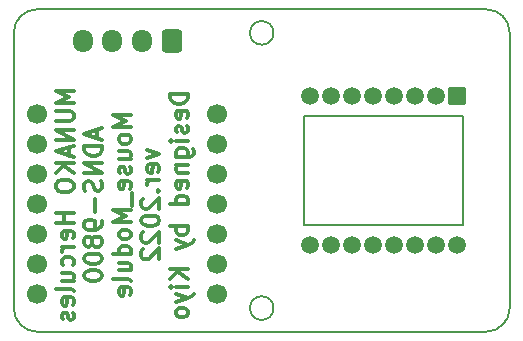
<source format=gbs>
G04 #@! TF.GenerationSoftware,KiCad,Pcbnew,(6.0.2)*
G04 #@! TF.CreationDate,2022-03-23T02:52:59+09:00*
G04 #@! TF.ProjectId,ADNS-9800,41444e53-2d39-4383-9030-2e6b69636164,rev?*
G04 #@! TF.SameCoordinates,Original*
G04 #@! TF.FileFunction,Soldermask,Bot*
G04 #@! TF.FilePolarity,Negative*
%FSLAX46Y46*%
G04 Gerber Fmt 4.6, Leading zero omitted, Abs format (unit mm)*
G04 Created by KiCad (PCBNEW (6.0.2)) date 2022-03-23 02:52:59*
%MOMM*%
%LPD*%
G01*
G04 APERTURE LIST*
G04 Aperture macros list*
%AMRoundRect*
0 Rectangle with rounded corners*
0 $1 Rounding radius*
0 $2 $3 $4 $5 $6 $7 $8 $9 X,Y pos of 4 corners*
0 Add a 4 corners polygon primitive as box body*
4,1,4,$2,$3,$4,$5,$6,$7,$8,$9,$2,$3,0*
0 Add four circle primitives for the rounded corners*
1,1,$1+$1,$2,$3*
1,1,$1+$1,$4,$5*
1,1,$1+$1,$6,$7*
1,1,$1+$1,$8,$9*
0 Add four rect primitives between the rounded corners*
20,1,$1+$1,$2,$3,$4,$5,0*
20,1,$1+$1,$4,$5,$6,$7,0*
20,1,$1+$1,$6,$7,$8,$9,0*
20,1,$1+$1,$8,$9,$2,$3,0*%
G04 Aperture macros list end*
G04 #@! TA.AperFunction,Profile*
%ADD10C,0.200000*%
G04 #@! TD*
%ADD11C,0.300000*%
G04 #@! TA.AperFunction,Profile*
%ADD12C,0.127000*%
G04 #@! TD*
%ADD13RoundRect,0.101600X-0.650000X-0.650000X0.650000X-0.650000X0.650000X0.650000X-0.650000X0.650000X0*%
%ADD14C,1.503200*%
%ADD15RoundRect,0.250000X0.600000X0.725000X-0.600000X0.725000X-0.600000X-0.725000X0.600000X-0.725000X0*%
%ADD16O,1.700000X1.950000*%
%ADD17C,1.700000*%
G04 APERTURE END LIST*
D10*
X183499999Y-68500000D02*
G75*
G03*
X181499999Y-66500000I-1999999J1D01*
G01*
X143500000Y-66500000D02*
X181499999Y-66500000D01*
X181499999Y-93800000D02*
X143500000Y-93800000D01*
X163499998Y-91800000D02*
G75*
G03*
X163499998Y-91800000I-999999J0D01*
G01*
X143500000Y-66500000D02*
G75*
G03*
X141500000Y-68500000I-1J-1999999D01*
G01*
X141500000Y-91800000D02*
X141500000Y-68500000D01*
X183499999Y-68500000D02*
X183499999Y-91800000D01*
X181499999Y-93800000D02*
G75*
G03*
X183499999Y-91800000I1J1999999D01*
G01*
X163499999Y-68500000D02*
G75*
G03*
X163499999Y-68500000I-999999J0D01*
G01*
X141500000Y-91800000D02*
G75*
G03*
X143500000Y-93800000I1999999J-1D01*
G01*
D11*
X146578071Y-73395428D02*
X145078071Y-73395428D01*
X146149500Y-73895428D01*
X145078071Y-74395428D01*
X146578071Y-74395428D01*
X145078071Y-75109714D02*
X146292357Y-75109714D01*
X146435214Y-75181142D01*
X146506642Y-75252571D01*
X146578071Y-75395428D01*
X146578071Y-75681142D01*
X146506642Y-75824000D01*
X146435214Y-75895428D01*
X146292357Y-75966857D01*
X145078071Y-75966857D01*
X146578071Y-76681142D02*
X145078071Y-76681142D01*
X146578071Y-77538285D01*
X145078071Y-77538285D01*
X146149500Y-78181142D02*
X146149500Y-78895428D01*
X146578071Y-78038285D02*
X145078071Y-78538285D01*
X146578071Y-79038285D01*
X146578071Y-79538285D02*
X145078071Y-79538285D01*
X146578071Y-80395428D02*
X145720928Y-79752571D01*
X145078071Y-80395428D02*
X145935214Y-79538285D01*
X145078071Y-81324000D02*
X145078071Y-81609714D01*
X145149500Y-81752571D01*
X145292357Y-81895428D01*
X145578071Y-81966857D01*
X146078071Y-81966857D01*
X146363785Y-81895428D01*
X146506642Y-81752571D01*
X146578071Y-81609714D01*
X146578071Y-81324000D01*
X146506642Y-81181142D01*
X146363785Y-81038285D01*
X146078071Y-80966857D01*
X145578071Y-80966857D01*
X145292357Y-81038285D01*
X145149500Y-81181142D01*
X145078071Y-81324000D01*
X146578071Y-83752571D02*
X145078071Y-83752571D01*
X145792357Y-83752571D02*
X145792357Y-84609714D01*
X146578071Y-84609714D02*
X145078071Y-84609714D01*
X146506642Y-85895428D02*
X146578071Y-85752571D01*
X146578071Y-85466857D01*
X146506642Y-85324000D01*
X146363785Y-85252571D01*
X145792357Y-85252571D01*
X145649500Y-85324000D01*
X145578071Y-85466857D01*
X145578071Y-85752571D01*
X145649500Y-85895428D01*
X145792357Y-85966857D01*
X145935214Y-85966857D01*
X146078071Y-85252571D01*
X146578071Y-86609714D02*
X145578071Y-86609714D01*
X145863785Y-86609714D02*
X145720928Y-86681142D01*
X145649500Y-86752571D01*
X145578071Y-86895428D01*
X145578071Y-87038285D01*
X146506642Y-88181142D02*
X146578071Y-88038285D01*
X146578071Y-87752571D01*
X146506642Y-87609714D01*
X146435214Y-87538285D01*
X146292357Y-87466857D01*
X145863785Y-87466857D01*
X145720928Y-87538285D01*
X145649500Y-87609714D01*
X145578071Y-87752571D01*
X145578071Y-88038285D01*
X145649500Y-88181142D01*
X145578071Y-89466857D02*
X146578071Y-89466857D01*
X145578071Y-88824000D02*
X146363785Y-88824000D01*
X146506642Y-88895428D01*
X146578071Y-89038285D01*
X146578071Y-89252571D01*
X146506642Y-89395428D01*
X146435214Y-89466857D01*
X146578071Y-90395428D02*
X146506642Y-90252571D01*
X146363785Y-90181142D01*
X145078071Y-90181142D01*
X146506642Y-91538285D02*
X146578071Y-91395428D01*
X146578071Y-91109714D01*
X146506642Y-90966857D01*
X146363785Y-90895428D01*
X145792357Y-90895428D01*
X145649500Y-90966857D01*
X145578071Y-91109714D01*
X145578071Y-91395428D01*
X145649500Y-91538285D01*
X145792357Y-91609714D01*
X145935214Y-91609714D01*
X146078071Y-90895428D01*
X146506642Y-92181142D02*
X146578071Y-92324000D01*
X146578071Y-92609714D01*
X146506642Y-92752571D01*
X146363785Y-92824000D01*
X146292357Y-92824000D01*
X146149500Y-92752571D01*
X146078071Y-92609714D01*
X146078071Y-92395428D01*
X146006642Y-92252571D01*
X145863785Y-92181142D01*
X145792357Y-92181142D01*
X145649500Y-92252571D01*
X145578071Y-92395428D01*
X145578071Y-92609714D01*
X145649500Y-92752571D01*
X148564500Y-76681142D02*
X148564500Y-77395428D01*
X148993071Y-76538285D02*
X147493071Y-77038285D01*
X148993071Y-77538285D01*
X148993071Y-78038285D02*
X147493071Y-78038285D01*
X147493071Y-78395428D01*
X147564500Y-78609714D01*
X147707357Y-78752571D01*
X147850214Y-78824000D01*
X148135928Y-78895428D01*
X148350214Y-78895428D01*
X148635928Y-78824000D01*
X148778785Y-78752571D01*
X148921642Y-78609714D01*
X148993071Y-78395428D01*
X148993071Y-78038285D01*
X148993071Y-79538285D02*
X147493071Y-79538285D01*
X148993071Y-80395428D01*
X147493071Y-80395428D01*
X148921642Y-81038285D02*
X148993071Y-81252571D01*
X148993071Y-81609714D01*
X148921642Y-81752571D01*
X148850214Y-81824000D01*
X148707357Y-81895428D01*
X148564500Y-81895428D01*
X148421642Y-81824000D01*
X148350214Y-81752571D01*
X148278785Y-81609714D01*
X148207357Y-81324000D01*
X148135928Y-81181142D01*
X148064500Y-81109714D01*
X147921642Y-81038285D01*
X147778785Y-81038285D01*
X147635928Y-81109714D01*
X147564500Y-81181142D01*
X147493071Y-81324000D01*
X147493071Y-81681142D01*
X147564500Y-81895428D01*
X148421642Y-82538285D02*
X148421642Y-83681142D01*
X148993071Y-84466857D02*
X148993071Y-84752571D01*
X148921642Y-84895428D01*
X148850214Y-84966857D01*
X148635928Y-85109714D01*
X148350214Y-85181142D01*
X147778785Y-85181142D01*
X147635928Y-85109714D01*
X147564500Y-85038285D01*
X147493071Y-84895428D01*
X147493071Y-84609714D01*
X147564500Y-84466857D01*
X147635928Y-84395428D01*
X147778785Y-84324000D01*
X148135928Y-84324000D01*
X148278785Y-84395428D01*
X148350214Y-84466857D01*
X148421642Y-84609714D01*
X148421642Y-84895428D01*
X148350214Y-85038285D01*
X148278785Y-85109714D01*
X148135928Y-85181142D01*
X148135928Y-86038285D02*
X148064500Y-85895428D01*
X147993071Y-85824000D01*
X147850214Y-85752571D01*
X147778785Y-85752571D01*
X147635928Y-85824000D01*
X147564500Y-85895428D01*
X147493071Y-86038285D01*
X147493071Y-86324000D01*
X147564500Y-86466857D01*
X147635928Y-86538285D01*
X147778785Y-86609714D01*
X147850214Y-86609714D01*
X147993071Y-86538285D01*
X148064500Y-86466857D01*
X148135928Y-86324000D01*
X148135928Y-86038285D01*
X148207357Y-85895428D01*
X148278785Y-85824000D01*
X148421642Y-85752571D01*
X148707357Y-85752571D01*
X148850214Y-85824000D01*
X148921642Y-85895428D01*
X148993071Y-86038285D01*
X148993071Y-86324000D01*
X148921642Y-86466857D01*
X148850214Y-86538285D01*
X148707357Y-86609714D01*
X148421642Y-86609714D01*
X148278785Y-86538285D01*
X148207357Y-86466857D01*
X148135928Y-86324000D01*
X147493071Y-87538285D02*
X147493071Y-87681142D01*
X147564500Y-87824000D01*
X147635928Y-87895428D01*
X147778785Y-87966857D01*
X148064500Y-88038285D01*
X148421642Y-88038285D01*
X148707357Y-87966857D01*
X148850214Y-87895428D01*
X148921642Y-87824000D01*
X148993071Y-87681142D01*
X148993071Y-87538285D01*
X148921642Y-87395428D01*
X148850214Y-87324000D01*
X148707357Y-87252571D01*
X148421642Y-87181142D01*
X148064500Y-87181142D01*
X147778785Y-87252571D01*
X147635928Y-87324000D01*
X147564500Y-87395428D01*
X147493071Y-87538285D01*
X147493071Y-88966857D02*
X147493071Y-89109714D01*
X147564500Y-89252571D01*
X147635928Y-89324000D01*
X147778785Y-89395428D01*
X148064500Y-89466857D01*
X148421642Y-89466857D01*
X148707357Y-89395428D01*
X148850214Y-89324000D01*
X148921642Y-89252571D01*
X148993071Y-89109714D01*
X148993071Y-88966857D01*
X148921642Y-88824000D01*
X148850214Y-88752571D01*
X148707357Y-88681142D01*
X148421642Y-88609714D01*
X148064500Y-88609714D01*
X147778785Y-88681142D01*
X147635928Y-88752571D01*
X147564500Y-88824000D01*
X147493071Y-88966857D01*
X151408071Y-75466857D02*
X149908071Y-75466857D01*
X150979500Y-75966857D01*
X149908071Y-76466857D01*
X151408071Y-76466857D01*
X151408071Y-77395428D02*
X151336642Y-77252571D01*
X151265214Y-77181142D01*
X151122357Y-77109714D01*
X150693785Y-77109714D01*
X150550928Y-77181142D01*
X150479500Y-77252571D01*
X150408071Y-77395428D01*
X150408071Y-77609714D01*
X150479500Y-77752571D01*
X150550928Y-77824000D01*
X150693785Y-77895428D01*
X151122357Y-77895428D01*
X151265214Y-77824000D01*
X151336642Y-77752571D01*
X151408071Y-77609714D01*
X151408071Y-77395428D01*
X150408071Y-79181142D02*
X151408071Y-79181142D01*
X150408071Y-78538285D02*
X151193785Y-78538285D01*
X151336642Y-78609714D01*
X151408071Y-78752571D01*
X151408071Y-78966857D01*
X151336642Y-79109714D01*
X151265214Y-79181142D01*
X151336642Y-79823999D02*
X151408071Y-79966857D01*
X151408071Y-80252571D01*
X151336642Y-80395428D01*
X151193785Y-80466857D01*
X151122357Y-80466857D01*
X150979500Y-80395428D01*
X150908071Y-80252571D01*
X150908071Y-80038285D01*
X150836642Y-79895428D01*
X150693785Y-79823999D01*
X150622357Y-79823999D01*
X150479500Y-79895428D01*
X150408071Y-80038285D01*
X150408071Y-80252571D01*
X150479500Y-80395428D01*
X151336642Y-81681142D02*
X151408071Y-81538285D01*
X151408071Y-81252571D01*
X151336642Y-81109714D01*
X151193785Y-81038285D01*
X150622357Y-81038285D01*
X150479500Y-81109714D01*
X150408071Y-81252571D01*
X150408071Y-81538285D01*
X150479500Y-81681142D01*
X150622357Y-81752571D01*
X150765214Y-81752571D01*
X150908071Y-81038285D01*
X151550928Y-82038285D02*
X151550928Y-83181142D01*
X151408071Y-83538285D02*
X149908071Y-83538285D01*
X150979500Y-84038285D01*
X149908071Y-84538285D01*
X151408071Y-84538285D01*
X151408071Y-85466857D02*
X151336642Y-85323999D01*
X151265214Y-85252571D01*
X151122357Y-85181142D01*
X150693785Y-85181142D01*
X150550928Y-85252571D01*
X150479500Y-85323999D01*
X150408071Y-85466857D01*
X150408071Y-85681142D01*
X150479500Y-85823999D01*
X150550928Y-85895428D01*
X150693785Y-85966857D01*
X151122357Y-85966857D01*
X151265214Y-85895428D01*
X151336642Y-85823999D01*
X151408071Y-85681142D01*
X151408071Y-85466857D01*
X151408071Y-87252571D02*
X149908071Y-87252571D01*
X151336642Y-87252571D02*
X151408071Y-87109714D01*
X151408071Y-86823999D01*
X151336642Y-86681142D01*
X151265214Y-86609714D01*
X151122357Y-86538285D01*
X150693785Y-86538285D01*
X150550928Y-86609714D01*
X150479500Y-86681142D01*
X150408071Y-86823999D01*
X150408071Y-87109714D01*
X150479500Y-87252571D01*
X150408071Y-88609714D02*
X151408071Y-88609714D01*
X150408071Y-87966857D02*
X151193785Y-87966857D01*
X151336642Y-88038285D01*
X151408071Y-88181142D01*
X151408071Y-88395428D01*
X151336642Y-88538285D01*
X151265214Y-88609714D01*
X151408071Y-89538285D02*
X151336642Y-89395428D01*
X151193785Y-89323999D01*
X149908071Y-89323999D01*
X151336642Y-90681142D02*
X151408071Y-90538285D01*
X151408071Y-90252571D01*
X151336642Y-90109714D01*
X151193785Y-90038285D01*
X150622357Y-90038285D01*
X150479500Y-90109714D01*
X150408071Y-90252571D01*
X150408071Y-90538285D01*
X150479500Y-90681142D01*
X150622357Y-90752571D01*
X150765214Y-90752571D01*
X150908071Y-90038285D01*
X152823071Y-78395428D02*
X153823071Y-78752571D01*
X152823071Y-79109714D01*
X153751642Y-80252571D02*
X153823071Y-80109714D01*
X153823071Y-79824000D01*
X153751642Y-79681142D01*
X153608785Y-79609714D01*
X153037357Y-79609714D01*
X152894500Y-79681142D01*
X152823071Y-79824000D01*
X152823071Y-80109714D01*
X152894500Y-80252571D01*
X153037357Y-80324000D01*
X153180214Y-80324000D01*
X153323071Y-79609714D01*
X153823071Y-80966857D02*
X152823071Y-80966857D01*
X153108785Y-80966857D02*
X152965928Y-81038285D01*
X152894500Y-81109714D01*
X152823071Y-81252571D01*
X152823071Y-81395428D01*
X153680214Y-81895428D02*
X153751642Y-81966857D01*
X153823071Y-81895428D01*
X153751642Y-81824000D01*
X153680214Y-81895428D01*
X153823071Y-81895428D01*
X152465928Y-82538285D02*
X152394500Y-82609714D01*
X152323071Y-82752571D01*
X152323071Y-83109714D01*
X152394500Y-83252571D01*
X152465928Y-83324000D01*
X152608785Y-83395428D01*
X152751642Y-83395428D01*
X152965928Y-83324000D01*
X153823071Y-82466857D01*
X153823071Y-83395428D01*
X152323071Y-84324000D02*
X152323071Y-84466857D01*
X152394500Y-84609714D01*
X152465928Y-84681142D01*
X152608785Y-84752571D01*
X152894500Y-84824000D01*
X153251642Y-84824000D01*
X153537357Y-84752571D01*
X153680214Y-84681142D01*
X153751642Y-84609714D01*
X153823071Y-84466857D01*
X153823071Y-84324000D01*
X153751642Y-84181142D01*
X153680214Y-84109714D01*
X153537357Y-84038285D01*
X153251642Y-83966857D01*
X152894500Y-83966857D01*
X152608785Y-84038285D01*
X152465928Y-84109714D01*
X152394500Y-84181142D01*
X152323071Y-84324000D01*
X152465928Y-85395428D02*
X152394500Y-85466857D01*
X152323071Y-85609714D01*
X152323071Y-85966857D01*
X152394500Y-86109714D01*
X152465928Y-86181142D01*
X152608785Y-86252571D01*
X152751642Y-86252571D01*
X152965928Y-86181142D01*
X153823071Y-85324000D01*
X153823071Y-86252571D01*
X152465928Y-86824000D02*
X152394500Y-86895428D01*
X152323071Y-87038285D01*
X152323071Y-87395428D01*
X152394500Y-87538285D01*
X152465928Y-87609714D01*
X152608785Y-87681142D01*
X152751642Y-87681142D01*
X152965928Y-87609714D01*
X153823071Y-86752571D01*
X153823071Y-87681142D01*
X156238071Y-73645428D02*
X154738071Y-73645428D01*
X154738071Y-74002571D01*
X154809500Y-74216857D01*
X154952357Y-74359714D01*
X155095214Y-74431142D01*
X155380928Y-74502571D01*
X155595214Y-74502571D01*
X155880928Y-74431142D01*
X156023785Y-74359714D01*
X156166642Y-74216857D01*
X156238071Y-74002571D01*
X156238071Y-73645428D01*
X156166642Y-75716857D02*
X156238071Y-75574000D01*
X156238071Y-75288285D01*
X156166642Y-75145428D01*
X156023785Y-75074000D01*
X155452357Y-75074000D01*
X155309500Y-75145428D01*
X155238071Y-75288285D01*
X155238071Y-75574000D01*
X155309500Y-75716857D01*
X155452357Y-75788285D01*
X155595214Y-75788285D01*
X155738071Y-75074000D01*
X156166642Y-76359714D02*
X156238071Y-76502571D01*
X156238071Y-76788285D01*
X156166642Y-76931142D01*
X156023785Y-77002571D01*
X155952357Y-77002571D01*
X155809500Y-76931142D01*
X155738071Y-76788285D01*
X155738071Y-76574000D01*
X155666642Y-76431142D01*
X155523785Y-76359714D01*
X155452357Y-76359714D01*
X155309500Y-76431142D01*
X155238071Y-76574000D01*
X155238071Y-76788285D01*
X155309500Y-76931142D01*
X156238071Y-77645428D02*
X155238071Y-77645428D01*
X154738071Y-77645428D02*
X154809500Y-77574000D01*
X154880928Y-77645428D01*
X154809500Y-77716857D01*
X154738071Y-77645428D01*
X154880928Y-77645428D01*
X155238071Y-79002571D02*
X156452357Y-79002571D01*
X156595214Y-78931142D01*
X156666642Y-78859714D01*
X156738071Y-78716857D01*
X156738071Y-78502571D01*
X156666642Y-78359714D01*
X156166642Y-79002571D02*
X156238071Y-78859714D01*
X156238071Y-78574000D01*
X156166642Y-78431142D01*
X156095214Y-78359714D01*
X155952357Y-78288285D01*
X155523785Y-78288285D01*
X155380928Y-78359714D01*
X155309500Y-78431142D01*
X155238071Y-78574000D01*
X155238071Y-78859714D01*
X155309500Y-79002571D01*
X155238071Y-79716857D02*
X156238071Y-79716857D01*
X155380928Y-79716857D02*
X155309500Y-79788285D01*
X155238071Y-79931142D01*
X155238071Y-80145428D01*
X155309500Y-80288285D01*
X155452357Y-80359714D01*
X156238071Y-80359714D01*
X156166642Y-81645428D02*
X156238071Y-81502571D01*
X156238071Y-81216857D01*
X156166642Y-81074000D01*
X156023785Y-81002571D01*
X155452357Y-81002571D01*
X155309500Y-81074000D01*
X155238071Y-81216857D01*
X155238071Y-81502571D01*
X155309500Y-81645428D01*
X155452357Y-81716857D01*
X155595214Y-81716857D01*
X155738071Y-81002571D01*
X156238071Y-83002571D02*
X154738071Y-83002571D01*
X156166642Y-83002571D02*
X156238071Y-82859714D01*
X156238071Y-82574000D01*
X156166642Y-82431142D01*
X156095214Y-82359714D01*
X155952357Y-82288285D01*
X155523785Y-82288285D01*
X155380928Y-82359714D01*
X155309500Y-82431142D01*
X155238071Y-82574000D01*
X155238071Y-82859714D01*
X155309500Y-83002571D01*
X156238071Y-84859714D02*
X154738071Y-84859714D01*
X155309500Y-84859714D02*
X155238071Y-85002571D01*
X155238071Y-85288285D01*
X155309500Y-85431142D01*
X155380928Y-85502571D01*
X155523785Y-85574000D01*
X155952357Y-85574000D01*
X156095214Y-85502571D01*
X156166642Y-85431142D01*
X156238071Y-85288285D01*
X156238071Y-85002571D01*
X156166642Y-84859714D01*
X155238071Y-86074000D02*
X156238071Y-86431142D01*
X155238071Y-86788285D02*
X156238071Y-86431142D01*
X156595214Y-86288285D01*
X156666642Y-86216857D01*
X156738071Y-86074000D01*
X156238071Y-88502571D02*
X154738071Y-88502571D01*
X156238071Y-89359714D02*
X155380928Y-88716857D01*
X154738071Y-89359714D02*
X155595214Y-88502571D01*
X156238071Y-90002571D02*
X155238071Y-90002571D01*
X154738071Y-90002571D02*
X154809500Y-89931142D01*
X154880928Y-90002571D01*
X154809500Y-90074000D01*
X154738071Y-90002571D01*
X154880928Y-90002571D01*
X155238071Y-90574000D02*
X156238071Y-90931142D01*
X155238071Y-91288285D02*
X156238071Y-90931142D01*
X156595214Y-90788285D01*
X156666642Y-90716857D01*
X156738071Y-90574000D01*
X156238071Y-92074000D02*
X156166642Y-91931142D01*
X156095214Y-91859714D01*
X155952357Y-91788285D01*
X155523785Y-91788285D01*
X155380928Y-91859714D01*
X155309500Y-91931142D01*
X155238071Y-92074000D01*
X155238071Y-92288285D01*
X155309500Y-92431142D01*
X155380928Y-92502571D01*
X155523785Y-92574000D01*
X155952357Y-92574000D01*
X156095214Y-92502571D01*
X156166642Y-92431142D01*
X156238071Y-92288285D01*
X156238071Y-92074000D01*
D12*
G04 #@! TO.C,U$1*
X179577500Y-75525000D02*
X166117500Y-75525000D01*
X166077500Y-84725000D02*
X179577500Y-84725000D01*
X179577500Y-84725000D02*
X179577500Y-75525000D01*
X166117500Y-75525000D02*
X166077500Y-84725000D01*
G04 #@! TD*
D13*
G04 #@! TO.C,U$1*
X179077500Y-73825000D03*
D14*
X177297500Y-73825000D03*
X175517500Y-73825000D03*
X173737500Y-73825000D03*
X171957500Y-73825000D03*
X170177500Y-73825000D03*
X168397500Y-73825000D03*
X166617500Y-73825000D03*
X166617500Y-86425000D03*
X168397500Y-86425000D03*
X170177500Y-86425000D03*
X171957500Y-86425000D03*
X173737500Y-86425000D03*
X175517500Y-86425000D03*
X177297500Y-86425000D03*
X179077500Y-86425000D03*
G04 #@! TD*
D15*
G04 #@! TO.C,J1*
X154865000Y-69194000D03*
D16*
X152365000Y-69194000D03*
X149865000Y-69194000D03*
X147365000Y-69194000D03*
G04 #@! TD*
D17*
G04 #@! TO.C,U1*
X158711500Y-90567000D03*
X158711500Y-88027000D03*
X158711500Y-85487000D03*
X158711500Y-82947000D03*
X158711500Y-80407000D03*
X158711500Y-77867000D03*
X158711500Y-75327000D03*
X143471500Y-75327000D03*
X143471500Y-77867000D03*
X143471500Y-80407000D03*
X143471500Y-82947000D03*
X143471500Y-85487000D03*
X143471500Y-88027000D03*
X143471500Y-90567000D03*
G04 #@! TD*
M02*

</source>
